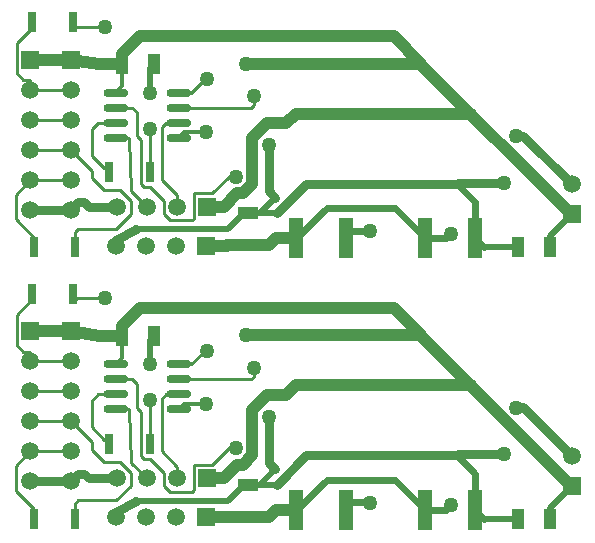
<source format=gbl>
G04 Layer_Physical_Order=2*
G04 Layer_Color=16711680*
%FSLAX44Y44*%
%MOMM*%
G71*
G01*
G75*
%ADD13O,2.1000X0.7000*%
%ADD19C,0.7620*%
%ADD21C,0.3500*%
%ADD23C,1.0160*%
%ADD25C,0.2540*%
%ADD26C,1.5000*%
%ADD27R,1.5000X1.5000*%
%ADD28R,1.5000X1.5000*%
%ADD29C,1.2700*%
%ADD30R,1.2500X3.4000*%
%ADD31R,1.1000X1.7000*%
%ADD32R,0.7500X1.7000*%
%ADD33R,1.7000X1.1000*%
%ADD34C,0.5500*%
%ADD35C,0.6250*%
D13*
X91610Y109220D02*
D03*
Y121920D02*
D03*
Y134620D02*
D03*
Y147320D02*
D03*
X144610Y109220D02*
D03*
Y121920D02*
D03*
Y134620D02*
D03*
Y147320D02*
D03*
X91610Y339220D02*
D03*
Y351920D02*
D03*
Y364620D02*
D03*
Y377320D02*
D03*
X144610Y339220D02*
D03*
Y351920D02*
D03*
Y364620D02*
D03*
Y377320D02*
D03*
D19*
X252695Y70358D02*
X380152D01*
X227587Y45250D02*
X252695Y70358D01*
X91440Y22606D02*
X108204Y31750D01*
X64770Y54610D02*
X68580Y50800D01*
X59690Y54610D02*
X64770D01*
X68580Y50800D02*
X92710D01*
X53340Y48260D02*
X59690Y54610D01*
X91440Y17780D02*
Y22606D01*
X19050Y48260D02*
X53340D01*
X220980Y64046D02*
X226568Y58458D01*
X220980Y64046D02*
Y102870D01*
X430530Y110490D02*
X435610D01*
X436245Y111125D01*
X477520Y69850D01*
X380152Y70358D02*
X380914Y71120D01*
X420370D01*
X252695Y300358D02*
X380152D01*
X227587Y275250D02*
X252695Y300358D01*
X91440Y252606D02*
X108204Y261750D01*
X64770Y284610D02*
X68580Y280800D01*
X59690Y284610D02*
X64770D01*
X68580Y280800D02*
X92710D01*
X53340Y278260D02*
X59690Y284610D01*
X91440Y247780D02*
Y252606D01*
X19050Y278260D02*
X53340D01*
X220980Y294046D02*
X226568Y288458D01*
X220980Y294046D02*
Y332870D01*
X430530Y340490D02*
X435610D01*
X436245Y341125D01*
X477520Y299850D01*
X380152Y300358D02*
X380914Y301120D01*
X420370D01*
D21*
X96990Y152700D02*
Y171450D01*
X91610Y147320D02*
X96990Y152700D01*
X144610Y109220D02*
X149520Y114130D01*
X167470D01*
X96990Y382700D02*
Y401450D01*
X91610Y377320D02*
X96990Y382700D01*
X144610Y339220D02*
X149520Y344130D01*
X167470D01*
D23*
X326898Y195072D02*
X350012Y171958D01*
X226606Y24130D02*
X244180D01*
X220726Y18250D02*
X226606Y24130D01*
X201422Y171958D02*
X350012D01*
X111760Y195072D02*
X326898D01*
X96990Y180302D02*
X111760Y195072D01*
X76962Y171450D02*
X96990D01*
X19050Y175260D02*
X53340D01*
X76962Y171450D01*
X168910Y50800D02*
X182626D01*
X203200Y18250D02*
X220726D01*
X185636D02*
X203200D01*
X167640Y17780D02*
X185166D01*
X185636Y18250D01*
X243586Y129540D02*
X392430D01*
X235490Y121444D02*
X243586Y129540D01*
X207010Y108657D02*
X219797Y121444D01*
X235490D01*
X350012Y171251D02*
Y171958D01*
X476813Y44450D02*
X477520D01*
X350012Y171251D02*
X476813Y44450D01*
X182626Y50800D02*
X194056Y62230D01*
X198827D01*
X207010Y70413D01*
Y108657D01*
X326898Y425072D02*
X350012Y401958D01*
X226606Y254130D02*
X244180D01*
X220726Y248250D02*
X226606Y254130D01*
X201422Y401958D02*
X350012D01*
X111760Y425072D02*
X326898D01*
X96990Y410302D02*
X111760Y425072D01*
X76962Y401450D02*
X96990D01*
X19050Y405260D02*
X53340D01*
X76962Y401450D01*
X168910Y280800D02*
X182626D01*
X203200Y248250D02*
X220726D01*
X185636D02*
X203200D01*
X167640Y247780D02*
X185166D01*
X185636Y248250D01*
X243586Y359540D02*
X392430D01*
X235490Y351444D02*
X243586Y359540D01*
X207010Y338657D02*
X219797Y351444D01*
X235490D01*
X350012Y401251D02*
Y401958D01*
X476813Y274450D02*
X477520D01*
X350012Y401251D02*
X476813Y274450D01*
X182626Y280800D02*
X194056Y292230D01*
X198827D01*
X207010Y300413D01*
Y338657D01*
D25*
X20850Y202438D02*
Y207010D01*
X19050Y149860D02*
X53340D01*
X19050D02*
Y158242D01*
X7620Y189208D02*
X20850Y202438D01*
X7620Y163830D02*
Y189208D01*
X13208Y158242D02*
X19050D01*
X7620Y163830D02*
X13208Y158242D01*
X55350Y200152D02*
Y207010D01*
X19050Y124460D02*
X53340D01*
X81280Y64831D02*
X95108D01*
X71120Y74991D02*
Y81280D01*
Y74991D02*
X81280Y64831D01*
X95108D02*
X104140Y55799D01*
Y44450D02*
Y55799D01*
X91948Y32258D02*
X104140Y44450D01*
X59668Y32258D02*
X91948D01*
X19050Y99060D02*
X53340D01*
X71120Y81280D01*
X56620Y29210D02*
X59668Y32258D01*
X56620Y16510D02*
Y29210D01*
X19050Y73660D02*
X53340D01*
X22120Y16510D02*
Y24616D01*
X6604Y61214D02*
X19050Y73660D01*
X6604Y40132D02*
Y61214D01*
Y40132D02*
X22120Y24616D01*
X157480Y62230D02*
X172974D01*
X157480Y40760D02*
Y62230D01*
X156210Y39490D02*
X157480Y40760D01*
X108966Y110744D02*
X112560Y107150D01*
X105156Y134620D02*
X108966Y130810D01*
X112560Y69850D02*
Y107150D01*
X91610Y134620D02*
X105156D01*
X108966Y110744D02*
Y130810D01*
X132080Y44570D02*
X137160Y39490D01*
X120142Y67310D02*
X132080Y55372D01*
X137160Y39490D02*
X156210D01*
X115100Y67310D02*
X120142D01*
X112560Y69850D02*
X115100Y67310D01*
X132080Y44570D02*
Y55372D01*
X120120Y80010D02*
Y116840D01*
X81788Y83312D02*
X85620D01*
Y80010D02*
Y83312D01*
X76200Y121920D02*
X91610D01*
X70866Y116586D02*
X76200Y121920D01*
X70866Y94234D02*
X81788Y83312D01*
X70866Y94234D02*
Y116586D01*
X205994Y134620D02*
X208280Y136906D01*
Y144526D01*
X144610Y134620D02*
X205994D01*
X134090Y121920D02*
X144610D01*
X130280Y73920D02*
Y118110D01*
X134090Y121920D01*
X143510Y50800D02*
Y60690D01*
X130280Y73920D02*
X143510Y60690D01*
X104648Y64262D02*
X118110Y50800D01*
X91610Y109220D02*
X102362D01*
X104648Y64262D01*
X172974Y62230D02*
X186944Y76200D01*
X193040D01*
X55350Y200152D02*
X58398Y203200D01*
X82550D01*
X144610Y147320D02*
X155194D01*
X166624Y158750D01*
X168910D01*
X20850Y432438D02*
Y437010D01*
X19050Y379860D02*
X53340D01*
X19050D02*
Y388242D01*
X7620Y419208D02*
X20850Y432438D01*
X7620Y393830D02*
Y419208D01*
X13208Y388242D02*
X19050D01*
X7620Y393830D02*
X13208Y388242D01*
X55350Y430152D02*
Y437010D01*
X19050Y354460D02*
X53340D01*
X81280Y294831D02*
X95108D01*
X71120Y304991D02*
Y311280D01*
Y304991D02*
X81280Y294831D01*
X95108D02*
X104140Y285799D01*
Y274450D02*
Y285799D01*
X91948Y262258D02*
X104140Y274450D01*
X59668Y262258D02*
X91948D01*
X19050Y329060D02*
X53340D01*
X71120Y311280D01*
X56620Y259210D02*
X59668Y262258D01*
X56620Y246510D02*
Y259210D01*
X19050Y303660D02*
X53340D01*
X22120Y246510D02*
Y254616D01*
X6604Y291214D02*
X19050Y303660D01*
X6604Y270132D02*
Y291214D01*
Y270132D02*
X22120Y254616D01*
X157480Y292230D02*
X172974D01*
X157480Y270760D02*
Y292230D01*
X156210Y269490D02*
X157480Y270760D01*
X108966Y340744D02*
X112560Y337150D01*
X105156Y364620D02*
X108966Y360810D01*
X112560Y299850D02*
Y337150D01*
X91610Y364620D02*
X105156D01*
X108966Y340744D02*
Y360810D01*
X132080Y274570D02*
X137160Y269490D01*
X120142Y297310D02*
X132080Y285372D01*
X137160Y269490D02*
X156210D01*
X115100Y297310D02*
X120142D01*
X112560Y299850D02*
X115100Y297310D01*
X132080Y274570D02*
Y285372D01*
X120120Y310010D02*
Y346840D01*
X81788Y313312D02*
X85620D01*
Y310010D02*
Y313312D01*
X76200Y351920D02*
X91610D01*
X70866Y346586D02*
X76200Y351920D01*
X70866Y324234D02*
X81788Y313312D01*
X70866Y324234D02*
Y346586D01*
X205994Y364620D02*
X208280Y366906D01*
Y374526D01*
X144610Y364620D02*
X205994D01*
X134090Y351920D02*
X144610D01*
X130280Y303920D02*
Y348110D01*
X134090Y351920D01*
X143510Y280800D02*
Y290690D01*
X130280Y303920D02*
X143510Y290690D01*
X104648Y294262D02*
X118110Y280800D01*
X91610Y339220D02*
X102362D01*
X104648Y294262D01*
X172974Y292230D02*
X186944Y306200D01*
X193040D01*
X55350Y430152D02*
X58398Y433200D01*
X82550D01*
X144610Y377320D02*
X155194D01*
X166624Y388750D01*
X168910D01*
D26*
X477520Y69850D02*
D03*
X19050Y48260D02*
D03*
Y73660D02*
D03*
Y99060D02*
D03*
Y124460D02*
D03*
Y149860D02*
D03*
X53340Y48260D02*
D03*
Y73660D02*
D03*
Y99060D02*
D03*
Y124460D02*
D03*
Y149860D02*
D03*
X142240Y17780D02*
D03*
X116840D02*
D03*
X91440D02*
D03*
X143510Y50800D02*
D03*
X118110D02*
D03*
X92710D02*
D03*
X477520Y299850D02*
D03*
X19050Y278260D02*
D03*
Y303660D02*
D03*
Y329060D02*
D03*
Y354460D02*
D03*
Y379860D02*
D03*
X53340Y278260D02*
D03*
Y303660D02*
D03*
Y329060D02*
D03*
Y354460D02*
D03*
Y379860D02*
D03*
X142240Y247780D02*
D03*
X116840D02*
D03*
X91440D02*
D03*
X143510Y280800D02*
D03*
X118110D02*
D03*
X92710D02*
D03*
D27*
X477520Y44450D02*
D03*
X19050Y175260D02*
D03*
X53340D02*
D03*
X477520Y274450D02*
D03*
X19050Y405260D02*
D03*
X53340D02*
D03*
D28*
X167640Y17780D02*
D03*
X168910Y50800D02*
D03*
X167640Y247780D02*
D03*
X168910Y280800D02*
D03*
D29*
X306324Y30226D02*
D03*
X374904Y28194D02*
D03*
X201422Y171958D02*
D03*
X120120Y116840D02*
D03*
X208280Y144526D02*
D03*
X220980Y102870D02*
D03*
X430530Y110490D02*
D03*
X420370Y71120D02*
D03*
X193040Y76200D02*
D03*
X120650Y147320D02*
D03*
X167470Y114130D02*
D03*
X82550Y203200D02*
D03*
X168910Y158750D02*
D03*
X306324Y260226D02*
D03*
X374904Y258194D02*
D03*
X201422Y401958D02*
D03*
X120120Y346840D02*
D03*
X208280Y374526D02*
D03*
X220980Y332870D02*
D03*
X430530Y340490D02*
D03*
X420370Y301120D02*
D03*
X193040Y306200D02*
D03*
X120650Y377320D02*
D03*
X167470Y344130D02*
D03*
X82550Y433200D02*
D03*
X168910Y388750D02*
D03*
D30*
X286680Y24130D02*
D03*
X244180D02*
D03*
X395900D02*
D03*
X353400D02*
D03*
X286680Y254130D02*
D03*
X244180D02*
D03*
X395900D02*
D03*
X353400D02*
D03*
D31*
X459270Y16510D02*
D03*
X432270D02*
D03*
X96990Y171450D02*
D03*
X123990D02*
D03*
X459270Y246510D02*
D03*
X432270D02*
D03*
X96990Y401450D02*
D03*
X123990D02*
D03*
D32*
X85620Y80010D02*
D03*
X120120D02*
D03*
X22120Y16510D02*
D03*
X56620D02*
D03*
X55350Y207010D02*
D03*
X20850D02*
D03*
X85620Y310010D02*
D03*
X120120D02*
D03*
X22120Y246510D02*
D03*
X56620D02*
D03*
X55350Y437010D02*
D03*
X20850D02*
D03*
D33*
X203200Y18250D02*
D03*
Y45250D02*
D03*
Y248250D02*
D03*
Y275250D02*
D03*
D34*
X403520Y16510D02*
X432270D01*
X213360Y45250D02*
X226568Y58458D01*
X203200Y45250D02*
X213360D01*
X200152D02*
X203200D01*
X213360D02*
X227587D01*
X186652Y31750D02*
X200152Y45250D01*
X108204Y31750D02*
X186652D01*
X459270Y26200D02*
X477520Y44450D01*
X459270Y16510D02*
Y26200D01*
X96990Y171450D02*
Y180302D01*
X120650Y147320D02*
Y168110D01*
X123990Y171450D01*
X403520Y246510D02*
X432270D01*
X213360Y275250D02*
X226568Y288458D01*
X203200Y275250D02*
X213360D01*
X200152D02*
X203200D01*
X213360D02*
X227587D01*
X186652Y261750D02*
X200152Y275250D01*
X108204Y261750D02*
X186652D01*
X459270Y256200D02*
X477520Y274450D01*
X459270Y246510D02*
Y256200D01*
X96990Y401450D02*
Y410302D01*
X120650Y377320D02*
Y398110D01*
X123990Y401450D01*
D35*
X395900Y24130D02*
X403520Y16510D01*
X380152Y70358D02*
X395900Y54610D01*
Y24130D02*
Y54610D01*
X286680Y30480D02*
X306070D01*
X306324Y30226D01*
X286680Y24130D02*
Y30480D01*
X269834Y49784D02*
X327746D01*
X353400Y24130D01*
X244180D02*
X269834Y49784D01*
X370840Y24130D02*
X374904Y28194D01*
X353400Y24130D02*
X370840D01*
X395900Y254130D02*
X403520Y246510D01*
X380152Y300358D02*
X395900Y284610D01*
Y254130D02*
Y284610D01*
X286680Y260480D02*
X306070D01*
X306324Y260226D01*
X286680Y254130D02*
Y260480D01*
X269834Y279784D02*
X327746D01*
X353400Y254130D01*
X244180D02*
X269834Y279784D01*
X370840Y254130D02*
X374904Y258194D01*
X353400Y254130D02*
X370840D01*
M02*

</source>
